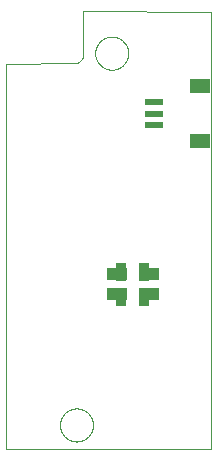
<source format=gtp>
G75*
%MOIN*%
%OFA0B0*%
%FSLAX25Y25*%
%IPPOS*%
%LPD*%
%AMOC8*
5,1,8,0,0,1.08239X$1,22.5*
%
%ADD10C,0.00300*%
%ADD11C,0.00000*%
%ADD12R,0.06102X0.02362*%
%ADD13R,0.07087X0.04724*%
%ADD14R,0.06693X0.04134*%
%ADD15R,0.03500X0.06000*%
D10*
X0003787Y0012449D02*
X0003787Y0140795D01*
X0026546Y0140852D01*
X0026546Y0140851D02*
X0026656Y0140853D01*
X0026766Y0140859D01*
X0026875Y0140868D01*
X0026984Y0140882D01*
X0027093Y0140899D01*
X0027201Y0140920D01*
X0027308Y0140945D01*
X0027414Y0140973D01*
X0027519Y0141005D01*
X0027623Y0141041D01*
X0027726Y0141080D01*
X0027827Y0141123D01*
X0027927Y0141170D01*
X0028025Y0141220D01*
X0028121Y0141273D01*
X0028215Y0141330D01*
X0028307Y0141390D01*
X0028398Y0141453D01*
X0028485Y0141519D01*
X0028571Y0141588D01*
X0028654Y0141660D01*
X0028734Y0141735D01*
X0028812Y0141813D01*
X0028887Y0141893D01*
X0028959Y0141976D01*
X0029028Y0142062D01*
X0029094Y0142149D01*
X0029157Y0142240D01*
X0029217Y0142332D01*
X0029274Y0142426D01*
X0029327Y0142522D01*
X0029377Y0142620D01*
X0029424Y0142720D01*
X0029467Y0142821D01*
X0029506Y0142924D01*
X0029542Y0143028D01*
X0029574Y0143133D01*
X0029602Y0143239D01*
X0029627Y0143346D01*
X0029648Y0143454D01*
X0029665Y0143563D01*
X0029679Y0143672D01*
X0029688Y0143781D01*
X0029694Y0143891D01*
X0029696Y0144001D01*
X0029695Y0144001D02*
X0029695Y0158174D01*
X0072291Y0158118D01*
X0072291Y0012449D01*
X0003787Y0012449D01*
D11*
X0021897Y0020323D02*
X0021899Y0020471D01*
X0021905Y0020619D01*
X0021915Y0020767D01*
X0021929Y0020914D01*
X0021947Y0021061D01*
X0021968Y0021207D01*
X0021994Y0021353D01*
X0022024Y0021498D01*
X0022057Y0021642D01*
X0022095Y0021785D01*
X0022136Y0021927D01*
X0022181Y0022068D01*
X0022229Y0022208D01*
X0022282Y0022347D01*
X0022338Y0022484D01*
X0022398Y0022619D01*
X0022461Y0022753D01*
X0022528Y0022885D01*
X0022599Y0023015D01*
X0022673Y0023143D01*
X0022750Y0023269D01*
X0022831Y0023393D01*
X0022915Y0023515D01*
X0023002Y0023634D01*
X0023093Y0023751D01*
X0023187Y0023866D01*
X0023283Y0023978D01*
X0023383Y0024088D01*
X0023485Y0024194D01*
X0023591Y0024298D01*
X0023699Y0024399D01*
X0023810Y0024497D01*
X0023923Y0024593D01*
X0024039Y0024685D01*
X0024157Y0024774D01*
X0024278Y0024859D01*
X0024401Y0024942D01*
X0024526Y0025021D01*
X0024653Y0025097D01*
X0024782Y0025169D01*
X0024913Y0025238D01*
X0025046Y0025303D01*
X0025181Y0025364D01*
X0025317Y0025422D01*
X0025454Y0025477D01*
X0025593Y0025527D01*
X0025734Y0025574D01*
X0025875Y0025617D01*
X0026018Y0025657D01*
X0026162Y0025692D01*
X0026306Y0025724D01*
X0026452Y0025751D01*
X0026598Y0025775D01*
X0026745Y0025795D01*
X0026892Y0025811D01*
X0027039Y0025823D01*
X0027187Y0025831D01*
X0027335Y0025835D01*
X0027483Y0025835D01*
X0027631Y0025831D01*
X0027779Y0025823D01*
X0027926Y0025811D01*
X0028073Y0025795D01*
X0028220Y0025775D01*
X0028366Y0025751D01*
X0028512Y0025724D01*
X0028656Y0025692D01*
X0028800Y0025657D01*
X0028943Y0025617D01*
X0029084Y0025574D01*
X0029225Y0025527D01*
X0029364Y0025477D01*
X0029501Y0025422D01*
X0029637Y0025364D01*
X0029772Y0025303D01*
X0029905Y0025238D01*
X0030036Y0025169D01*
X0030165Y0025097D01*
X0030292Y0025021D01*
X0030417Y0024942D01*
X0030540Y0024859D01*
X0030661Y0024774D01*
X0030779Y0024685D01*
X0030895Y0024593D01*
X0031008Y0024497D01*
X0031119Y0024399D01*
X0031227Y0024298D01*
X0031333Y0024194D01*
X0031435Y0024088D01*
X0031535Y0023978D01*
X0031631Y0023866D01*
X0031725Y0023751D01*
X0031816Y0023634D01*
X0031903Y0023515D01*
X0031987Y0023393D01*
X0032068Y0023269D01*
X0032145Y0023143D01*
X0032219Y0023015D01*
X0032290Y0022885D01*
X0032357Y0022753D01*
X0032420Y0022619D01*
X0032480Y0022484D01*
X0032536Y0022347D01*
X0032589Y0022208D01*
X0032637Y0022068D01*
X0032682Y0021927D01*
X0032723Y0021785D01*
X0032761Y0021642D01*
X0032794Y0021498D01*
X0032824Y0021353D01*
X0032850Y0021207D01*
X0032871Y0021061D01*
X0032889Y0020914D01*
X0032903Y0020767D01*
X0032913Y0020619D01*
X0032919Y0020471D01*
X0032921Y0020323D01*
X0032919Y0020175D01*
X0032913Y0020027D01*
X0032903Y0019879D01*
X0032889Y0019732D01*
X0032871Y0019585D01*
X0032850Y0019439D01*
X0032824Y0019293D01*
X0032794Y0019148D01*
X0032761Y0019004D01*
X0032723Y0018861D01*
X0032682Y0018719D01*
X0032637Y0018578D01*
X0032589Y0018438D01*
X0032536Y0018299D01*
X0032480Y0018162D01*
X0032420Y0018027D01*
X0032357Y0017893D01*
X0032290Y0017761D01*
X0032219Y0017631D01*
X0032145Y0017503D01*
X0032068Y0017377D01*
X0031987Y0017253D01*
X0031903Y0017131D01*
X0031816Y0017012D01*
X0031725Y0016895D01*
X0031631Y0016780D01*
X0031535Y0016668D01*
X0031435Y0016558D01*
X0031333Y0016452D01*
X0031227Y0016348D01*
X0031119Y0016247D01*
X0031008Y0016149D01*
X0030895Y0016053D01*
X0030779Y0015961D01*
X0030661Y0015872D01*
X0030540Y0015787D01*
X0030417Y0015704D01*
X0030292Y0015625D01*
X0030165Y0015549D01*
X0030036Y0015477D01*
X0029905Y0015408D01*
X0029772Y0015343D01*
X0029637Y0015282D01*
X0029501Y0015224D01*
X0029364Y0015169D01*
X0029225Y0015119D01*
X0029084Y0015072D01*
X0028943Y0015029D01*
X0028800Y0014989D01*
X0028656Y0014954D01*
X0028512Y0014922D01*
X0028366Y0014895D01*
X0028220Y0014871D01*
X0028073Y0014851D01*
X0027926Y0014835D01*
X0027779Y0014823D01*
X0027631Y0014815D01*
X0027483Y0014811D01*
X0027335Y0014811D01*
X0027187Y0014815D01*
X0027039Y0014823D01*
X0026892Y0014835D01*
X0026745Y0014851D01*
X0026598Y0014871D01*
X0026452Y0014895D01*
X0026306Y0014922D01*
X0026162Y0014954D01*
X0026018Y0014989D01*
X0025875Y0015029D01*
X0025734Y0015072D01*
X0025593Y0015119D01*
X0025454Y0015169D01*
X0025317Y0015224D01*
X0025181Y0015282D01*
X0025046Y0015343D01*
X0024913Y0015408D01*
X0024782Y0015477D01*
X0024653Y0015549D01*
X0024526Y0015625D01*
X0024401Y0015704D01*
X0024278Y0015787D01*
X0024157Y0015872D01*
X0024039Y0015961D01*
X0023923Y0016053D01*
X0023810Y0016149D01*
X0023699Y0016247D01*
X0023591Y0016348D01*
X0023485Y0016452D01*
X0023383Y0016558D01*
X0023283Y0016668D01*
X0023187Y0016780D01*
X0023093Y0016895D01*
X0023002Y0017012D01*
X0022915Y0017131D01*
X0022831Y0017253D01*
X0022750Y0017377D01*
X0022673Y0017503D01*
X0022599Y0017631D01*
X0022528Y0017761D01*
X0022461Y0017893D01*
X0022398Y0018027D01*
X0022338Y0018162D01*
X0022282Y0018299D01*
X0022229Y0018438D01*
X0022181Y0018578D01*
X0022136Y0018719D01*
X0022095Y0018861D01*
X0022057Y0019004D01*
X0022024Y0019148D01*
X0021994Y0019293D01*
X0021968Y0019439D01*
X0021947Y0019585D01*
X0021929Y0019732D01*
X0021915Y0019879D01*
X0021905Y0020027D01*
X0021899Y0020175D01*
X0021897Y0020323D01*
X0033643Y0144257D02*
X0033645Y0144405D01*
X0033651Y0144553D01*
X0033661Y0144701D01*
X0033675Y0144848D01*
X0033693Y0144995D01*
X0033714Y0145141D01*
X0033740Y0145287D01*
X0033770Y0145432D01*
X0033803Y0145576D01*
X0033841Y0145719D01*
X0033882Y0145861D01*
X0033927Y0146002D01*
X0033975Y0146142D01*
X0034028Y0146281D01*
X0034084Y0146418D01*
X0034144Y0146553D01*
X0034207Y0146687D01*
X0034274Y0146819D01*
X0034345Y0146949D01*
X0034419Y0147077D01*
X0034496Y0147203D01*
X0034577Y0147327D01*
X0034661Y0147449D01*
X0034748Y0147568D01*
X0034839Y0147685D01*
X0034933Y0147800D01*
X0035029Y0147912D01*
X0035129Y0148022D01*
X0035231Y0148128D01*
X0035337Y0148232D01*
X0035445Y0148333D01*
X0035556Y0148431D01*
X0035669Y0148527D01*
X0035785Y0148619D01*
X0035903Y0148708D01*
X0036024Y0148793D01*
X0036147Y0148876D01*
X0036272Y0148955D01*
X0036399Y0149031D01*
X0036528Y0149103D01*
X0036659Y0149172D01*
X0036792Y0149237D01*
X0036927Y0149298D01*
X0037063Y0149356D01*
X0037200Y0149411D01*
X0037339Y0149461D01*
X0037480Y0149508D01*
X0037621Y0149551D01*
X0037764Y0149591D01*
X0037908Y0149626D01*
X0038052Y0149658D01*
X0038198Y0149685D01*
X0038344Y0149709D01*
X0038491Y0149729D01*
X0038638Y0149745D01*
X0038785Y0149757D01*
X0038933Y0149765D01*
X0039081Y0149769D01*
X0039229Y0149769D01*
X0039377Y0149765D01*
X0039525Y0149757D01*
X0039672Y0149745D01*
X0039819Y0149729D01*
X0039966Y0149709D01*
X0040112Y0149685D01*
X0040258Y0149658D01*
X0040402Y0149626D01*
X0040546Y0149591D01*
X0040689Y0149551D01*
X0040830Y0149508D01*
X0040971Y0149461D01*
X0041110Y0149411D01*
X0041247Y0149356D01*
X0041383Y0149298D01*
X0041518Y0149237D01*
X0041651Y0149172D01*
X0041782Y0149103D01*
X0041911Y0149031D01*
X0042038Y0148955D01*
X0042163Y0148876D01*
X0042286Y0148793D01*
X0042407Y0148708D01*
X0042525Y0148619D01*
X0042641Y0148527D01*
X0042754Y0148431D01*
X0042865Y0148333D01*
X0042973Y0148232D01*
X0043079Y0148128D01*
X0043181Y0148022D01*
X0043281Y0147912D01*
X0043377Y0147800D01*
X0043471Y0147685D01*
X0043562Y0147568D01*
X0043649Y0147449D01*
X0043733Y0147327D01*
X0043814Y0147203D01*
X0043891Y0147077D01*
X0043965Y0146949D01*
X0044036Y0146819D01*
X0044103Y0146687D01*
X0044166Y0146553D01*
X0044226Y0146418D01*
X0044282Y0146281D01*
X0044335Y0146142D01*
X0044383Y0146002D01*
X0044428Y0145861D01*
X0044469Y0145719D01*
X0044507Y0145576D01*
X0044540Y0145432D01*
X0044570Y0145287D01*
X0044596Y0145141D01*
X0044617Y0144995D01*
X0044635Y0144848D01*
X0044649Y0144701D01*
X0044659Y0144553D01*
X0044665Y0144405D01*
X0044667Y0144257D01*
X0044665Y0144109D01*
X0044659Y0143961D01*
X0044649Y0143813D01*
X0044635Y0143666D01*
X0044617Y0143519D01*
X0044596Y0143373D01*
X0044570Y0143227D01*
X0044540Y0143082D01*
X0044507Y0142938D01*
X0044469Y0142795D01*
X0044428Y0142653D01*
X0044383Y0142512D01*
X0044335Y0142372D01*
X0044282Y0142233D01*
X0044226Y0142096D01*
X0044166Y0141961D01*
X0044103Y0141827D01*
X0044036Y0141695D01*
X0043965Y0141565D01*
X0043891Y0141437D01*
X0043814Y0141311D01*
X0043733Y0141187D01*
X0043649Y0141065D01*
X0043562Y0140946D01*
X0043471Y0140829D01*
X0043377Y0140714D01*
X0043281Y0140602D01*
X0043181Y0140492D01*
X0043079Y0140386D01*
X0042973Y0140282D01*
X0042865Y0140181D01*
X0042754Y0140083D01*
X0042641Y0139987D01*
X0042525Y0139895D01*
X0042407Y0139806D01*
X0042286Y0139721D01*
X0042163Y0139638D01*
X0042038Y0139559D01*
X0041911Y0139483D01*
X0041782Y0139411D01*
X0041651Y0139342D01*
X0041518Y0139277D01*
X0041383Y0139216D01*
X0041247Y0139158D01*
X0041110Y0139103D01*
X0040971Y0139053D01*
X0040830Y0139006D01*
X0040689Y0138963D01*
X0040546Y0138923D01*
X0040402Y0138888D01*
X0040258Y0138856D01*
X0040112Y0138829D01*
X0039966Y0138805D01*
X0039819Y0138785D01*
X0039672Y0138769D01*
X0039525Y0138757D01*
X0039377Y0138749D01*
X0039229Y0138745D01*
X0039081Y0138745D01*
X0038933Y0138749D01*
X0038785Y0138757D01*
X0038638Y0138769D01*
X0038491Y0138785D01*
X0038344Y0138805D01*
X0038198Y0138829D01*
X0038052Y0138856D01*
X0037908Y0138888D01*
X0037764Y0138923D01*
X0037621Y0138963D01*
X0037480Y0139006D01*
X0037339Y0139053D01*
X0037200Y0139103D01*
X0037063Y0139158D01*
X0036927Y0139216D01*
X0036792Y0139277D01*
X0036659Y0139342D01*
X0036528Y0139411D01*
X0036399Y0139483D01*
X0036272Y0139559D01*
X0036147Y0139638D01*
X0036024Y0139721D01*
X0035903Y0139806D01*
X0035785Y0139895D01*
X0035669Y0139987D01*
X0035556Y0140083D01*
X0035445Y0140181D01*
X0035337Y0140282D01*
X0035231Y0140386D01*
X0035129Y0140492D01*
X0035029Y0140602D01*
X0034933Y0140714D01*
X0034839Y0140829D01*
X0034748Y0140946D01*
X0034661Y0141065D01*
X0034577Y0141187D01*
X0034496Y0141311D01*
X0034419Y0141437D01*
X0034345Y0141565D01*
X0034274Y0141695D01*
X0034207Y0141827D01*
X0034144Y0141961D01*
X0034084Y0142096D01*
X0034028Y0142233D01*
X0033975Y0142372D01*
X0033927Y0142512D01*
X0033882Y0142653D01*
X0033841Y0142795D01*
X0033803Y0142938D01*
X0033770Y0143082D01*
X0033740Y0143227D01*
X0033714Y0143373D01*
X0033693Y0143519D01*
X0033675Y0143666D01*
X0033661Y0143813D01*
X0033651Y0143961D01*
X0033645Y0144109D01*
X0033643Y0144257D01*
D12*
X0053258Y0128046D03*
X0053258Y0124109D03*
X0053258Y0120172D03*
D13*
X0068514Y0115054D03*
X0068514Y0133164D03*
D14*
X0051416Y0070491D03*
X0051416Y0063995D03*
X0040786Y0063995D03*
X0040786Y0070491D03*
D15*
X0042395Y0071421D03*
X0042395Y0063064D03*
X0049810Y0063065D03*
X0049810Y0071414D03*
M02*

</source>
